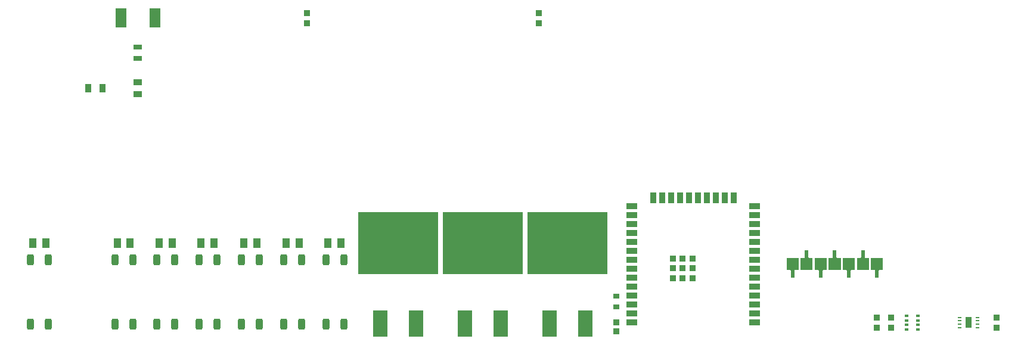
<source format=gbp>
G04*
G04 #@! TF.GenerationSoftware,Altium Limited,Altium Designer,25.5.2 (35)*
G04*
G04 Layer_Color=128*
%FSLAX44Y44*%
%MOMM*%
G71*
G04*
G04 #@! TF.SameCoordinates,D9E2C172-A1AF-44C0-98D0-4809437D878E*
G04*
G04*
G04 #@! TF.FilePolarity,Positive*
G04*
G01*
G75*
G04:AMPARAMS|DCode=27|XSize=1.6mm|YSize=1mm|CornerRadius=0.25mm|HoleSize=0mm|Usage=FLASHONLY|Rotation=270.000|XOffset=0mm|YOffset=0mm|HoleType=Round|Shape=RoundedRectangle|*
%AMROUNDEDRECTD27*
21,1,1.6000,0.5000,0,0,270.0*
21,1,1.1000,1.0000,0,0,270.0*
1,1,0.5000,-0.2500,-0.5500*
1,1,0.5000,-0.2500,0.5500*
1,1,0.5000,0.2500,0.5500*
1,1,0.5000,0.2500,-0.5500*
%
%ADD27ROUNDEDRECTD27*%
%ADD42R,0.9000X0.7500*%
%ADD46R,1.0500X1.4500*%
%ADD95R,11.4300X8.8900*%
%ADD96R,1.5046X2.7082*%
%ADD97R,0.5500X0.2500*%
%ADD99R,0.9121X0.9587*%
%ADD100R,0.9562X1.2062*%
%ADD101R,0.5000X0.3500*%
%ADD102R,0.8598X0.8324*%
%ADD103R,0.9000X1.5000*%
%ADD104R,1.5000X0.9000*%
%ADD105R,0.9000X0.9000*%
%ADD106R,1.2500X0.8000*%
%ADD107R,1.3000X0.8500*%
%ADD108R,2.0800X3.8100*%
%ADD112R,0.9000X1.6000*%
G36*
X1192563Y310091D02*
X1192568Y310204D01*
X1192582Y310316D01*
X1192607Y310427D01*
X1192641Y310535D01*
X1192684Y310640D01*
X1192737Y310741D01*
X1192798Y310836D01*
X1192867Y310926D01*
X1192943Y311010D01*
X1193027Y311086D01*
X1193117Y311155D01*
X1193213Y311216D01*
X1193313Y311269D01*
X1193418Y311312D01*
X1193526Y311346D01*
X1193637Y311371D01*
X1193749Y311386D01*
X1193863Y311390D01*
X1198513D01*
Y328391D01*
X1181513D01*
Y311390D01*
X1186163D01*
X1186276Y311386D01*
X1186388Y311371D01*
X1186499Y311346D01*
X1186607Y311312D01*
X1186712Y311269D01*
X1186813Y311216D01*
X1186908Y311155D01*
X1186998Y311086D01*
X1187082Y311010D01*
X1187158Y310926D01*
X1187227Y310836D01*
X1187288Y310741D01*
X1187341Y310640D01*
X1187384Y310535D01*
X1187418Y310427D01*
X1187443Y310316D01*
X1187458Y310204D01*
X1187463Y310091D01*
Y300191D01*
X1192563D01*
Y310091D01*
D02*
G37*
G36*
X1232563D02*
X1232568Y310204D01*
X1232582Y310316D01*
X1232607Y310427D01*
X1232641Y310535D01*
X1232684Y310640D01*
X1232737Y310741D01*
X1232798Y310836D01*
X1232867Y310926D01*
X1232943Y311010D01*
X1233027Y311086D01*
X1233117Y311155D01*
X1233213Y311216D01*
X1233313Y311269D01*
X1233418Y311312D01*
X1233526Y311346D01*
X1233637Y311371D01*
X1233749Y311386D01*
X1233863Y311390D01*
X1238513D01*
Y328391D01*
X1221513D01*
Y311390D01*
X1226163D01*
X1226276Y311386D01*
X1226388Y311371D01*
X1226499Y311346D01*
X1226607Y311312D01*
X1226712Y311269D01*
X1226813Y311216D01*
X1226908Y311155D01*
X1226998Y311086D01*
X1227082Y311010D01*
X1227158Y310926D01*
X1227227Y310836D01*
X1227288Y310741D01*
X1227341Y310640D01*
X1227384Y310535D01*
X1227418Y310427D01*
X1227443Y310316D01*
X1227458Y310204D01*
X1227463Y310091D01*
Y300191D01*
X1232563D01*
Y310091D01*
D02*
G37*
G36*
X1218513Y328391D02*
X1213863D01*
X1213749Y328396D01*
X1213637Y328410D01*
X1213526Y328435D01*
X1213418Y328469D01*
X1213313Y328512D01*
X1213213Y328565D01*
X1213117Y328626D01*
X1213027Y328695D01*
X1212943Y328771D01*
X1212867Y328855D01*
X1212798Y328945D01*
X1212737Y329040D01*
X1212684Y329141D01*
X1212641Y329246D01*
X1212607Y329354D01*
X1212582Y329465D01*
X1212568Y329577D01*
X1212563Y329691D01*
Y339591D01*
X1207463D01*
Y329691D01*
X1207458Y329577D01*
X1207443Y329465D01*
X1207418Y329354D01*
X1207384Y329246D01*
X1207341Y329141D01*
X1207288Y329041D01*
X1207227Y328945D01*
X1207159Y328855D01*
X1207082Y328771D01*
X1206998Y328695D01*
X1206908Y328626D01*
X1206813Y328565D01*
X1206712Y328512D01*
X1206607Y328469D01*
X1206499Y328435D01*
X1206388Y328410D01*
X1206276Y328396D01*
X1206163Y328391D01*
X1201513D01*
Y311390D01*
X1218513D01*
Y328391D01*
D02*
G37*
G36*
X1272563Y310091D02*
X1272568Y310204D01*
X1272582Y310316D01*
X1272607Y310427D01*
X1272641Y310535D01*
X1272684Y310640D01*
X1272737Y310741D01*
X1272798Y310836D01*
X1272867Y310926D01*
X1272943Y311010D01*
X1273027Y311086D01*
X1273117Y311155D01*
X1273213Y311216D01*
X1273313Y311269D01*
X1273418Y311312D01*
X1273526Y311346D01*
X1273637Y311371D01*
X1273749Y311386D01*
X1273863Y311390D01*
X1278513D01*
Y328391D01*
X1261513D01*
Y311390D01*
X1266163D01*
X1266276Y311386D01*
X1266388Y311371D01*
X1266499Y311346D01*
X1266607Y311312D01*
X1266712Y311269D01*
X1266813Y311216D01*
X1266908Y311155D01*
X1266998Y311086D01*
X1267082Y311010D01*
X1267158Y310926D01*
X1267227Y310836D01*
X1267288Y310741D01*
X1267341Y310640D01*
X1267384Y310535D01*
X1267418Y310427D01*
X1267443Y310316D01*
X1267458Y310204D01*
X1267463Y310091D01*
Y300191D01*
X1272563D01*
Y310091D01*
D02*
G37*
G36*
X1258513Y328391D02*
X1253863D01*
X1253749Y328396D01*
X1253637Y328410D01*
X1253526Y328435D01*
X1253418Y328469D01*
X1253313Y328512D01*
X1253213Y328565D01*
X1253117Y328626D01*
X1253027Y328695D01*
X1252943Y328771D01*
X1252867Y328855D01*
X1252798Y328945D01*
X1252737Y329040D01*
X1252684Y329141D01*
X1252641Y329246D01*
X1252607Y329354D01*
X1252582Y329465D01*
X1252568Y329577D01*
X1252563Y329691D01*
Y339591D01*
X1247463D01*
Y329691D01*
X1247458Y329577D01*
X1247443Y329465D01*
X1247418Y329354D01*
X1247384Y329246D01*
X1247341Y329141D01*
X1247289Y329041D01*
X1247227Y328945D01*
X1247159Y328855D01*
X1247082Y328771D01*
X1246998Y328695D01*
X1246908Y328626D01*
X1246813Y328565D01*
X1246712Y328512D01*
X1246607Y328469D01*
X1246499Y328435D01*
X1246388Y328410D01*
X1246276Y328396D01*
X1246163Y328391D01*
X1241513D01*
Y311390D01*
X1258513D01*
Y328391D01*
D02*
G37*
G36*
X1312563Y310091D02*
X1312567Y310204D01*
X1312582Y310316D01*
X1312607Y310427D01*
X1312641Y310535D01*
X1312684Y310640D01*
X1312737Y310741D01*
X1312798Y310836D01*
X1312867Y310926D01*
X1312943Y311010D01*
X1313027Y311086D01*
X1313117Y311155D01*
X1313213Y311216D01*
X1313313Y311269D01*
X1313418Y311312D01*
X1313526Y311346D01*
X1313637Y311371D01*
X1313749Y311386D01*
X1313863Y311390D01*
X1318513D01*
Y328391D01*
X1301513D01*
Y311390D01*
X1306163D01*
X1306276Y311386D01*
X1306388Y311371D01*
X1306499Y311346D01*
X1306607Y311312D01*
X1306712Y311269D01*
X1306813Y311216D01*
X1306908Y311155D01*
X1306998Y311086D01*
X1307082Y311010D01*
X1307158Y310926D01*
X1307227Y310836D01*
X1307288Y310741D01*
X1307341Y310640D01*
X1307384Y310535D01*
X1307418Y310427D01*
X1307443Y310316D01*
X1307458Y310204D01*
X1307463Y310091D01*
Y300191D01*
X1312563D01*
Y310091D01*
D02*
G37*
G36*
X1298513Y328391D02*
X1293863D01*
X1293749Y328396D01*
X1293637Y328410D01*
X1293526Y328435D01*
X1293418Y328469D01*
X1293313Y328512D01*
X1293213Y328565D01*
X1293117Y328626D01*
X1293027Y328695D01*
X1292943Y328771D01*
X1292867Y328855D01*
X1292798Y328945D01*
X1292737Y329040D01*
X1292684Y329141D01*
X1292641Y329246D01*
X1292607Y329354D01*
X1292582Y329465D01*
X1292567Y329577D01*
X1292563Y329691D01*
Y339591D01*
X1287463D01*
Y329691D01*
X1287458Y329577D01*
X1287443Y329465D01*
X1287418Y329354D01*
X1287384Y329246D01*
X1287341Y329141D01*
X1287288Y329041D01*
X1287227Y328945D01*
X1287159Y328855D01*
X1287082Y328771D01*
X1286998Y328695D01*
X1286908Y328626D01*
X1286813Y328565D01*
X1286712Y328512D01*
X1286607Y328469D01*
X1286499Y328435D01*
X1286388Y328410D01*
X1286276Y328396D01*
X1286163Y328391D01*
X1281513D01*
Y311390D01*
X1298513D01*
Y328391D01*
D02*
G37*
D27*
X552713Y234141D02*
D03*
X527313Y325640D02*
D03*
Y234141D02*
D03*
X552713Y325640D02*
D03*
X312713Y234141D02*
D03*
X287313Y325640D02*
D03*
Y234141D02*
D03*
X312713Y325640D02*
D03*
X372713Y234141D02*
D03*
X347313Y325640D02*
D03*
Y234141D02*
D03*
X372713Y325640D02*
D03*
X432713Y234141D02*
D03*
X407313Y325640D02*
D03*
Y234141D02*
D03*
X432713Y325640D02*
D03*
X467313D02*
D03*
X492713Y234141D02*
D03*
X467313D02*
D03*
X492713Y325640D02*
D03*
X252713Y234141D02*
D03*
X227313Y325640D02*
D03*
Y234141D02*
D03*
X252713Y325640D02*
D03*
X107313Y234141D02*
D03*
Y325640D02*
D03*
X132713D02*
D03*
Y234141D02*
D03*
D42*
X940013Y258967D02*
D03*
Y274466D02*
D03*
D46*
X548513Y349891D02*
D03*
X530013D02*
D03*
X368513D02*
D03*
X350013D02*
D03*
X429263D02*
D03*
X410763D02*
D03*
X489263D02*
D03*
X470763D02*
D03*
X129263D02*
D03*
X110763D02*
D03*
X309263D02*
D03*
X290763D02*
D03*
X230763D02*
D03*
X249263D02*
D03*
D95*
X870013D02*
D03*
X630013D02*
D03*
X750013D02*
D03*
D96*
X235992Y670000D02*
D03*
X284008D02*
D03*
D97*
X1427263Y229216D02*
D03*
Y234216D02*
D03*
Y239216D02*
D03*
Y244216D02*
D03*
X1452763D02*
D03*
Y239216D02*
D03*
Y234216D02*
D03*
Y229216D02*
D03*
D99*
X500013Y676717D02*
D03*
Y662182D02*
D03*
X830013Y676717D02*
D03*
Y662182D02*
D03*
X1480013Y243983D02*
D03*
Y229449D02*
D03*
X1330013Y243983D02*
D03*
Y229449D02*
D03*
X1310013Y243983D02*
D03*
Y229449D02*
D03*
D100*
X210263Y569891D02*
D03*
X189763D02*
D03*
D101*
X1368013Y233466D02*
D03*
X1352013Y246467D02*
D03*
Y239967D02*
D03*
Y226966D02*
D03*
X1368013Y239967D02*
D03*
Y246467D02*
D03*
X1352013Y233466D02*
D03*
X1368013Y226966D02*
D03*
D102*
X940013Y236716D02*
D03*
Y224443D02*
D03*
D103*
X1106213Y414291D02*
D03*
X1093513D02*
D03*
X1080813D02*
D03*
X1068113D02*
D03*
X1055413D02*
D03*
X1042713D02*
D03*
X1030013D02*
D03*
X1017313D02*
D03*
X1004613D02*
D03*
X991913D02*
D03*
D104*
X1136513Y249391D02*
D03*
Y312890D02*
D03*
Y350990D02*
D03*
Y363690D02*
D03*
Y376390D02*
D03*
Y389090D02*
D03*
Y401791D02*
D03*
X961513D02*
D03*
Y389090D02*
D03*
Y376390D02*
D03*
Y363690D02*
D03*
Y350990D02*
D03*
Y338290D02*
D03*
Y312890D02*
D03*
Y300191D02*
D03*
Y287491D02*
D03*
Y274790D02*
D03*
Y262090D02*
D03*
X1136513D02*
D03*
Y325591D02*
D03*
Y300191D02*
D03*
X961513Y249391D02*
D03*
X1136513Y338290D02*
D03*
Y274790D02*
D03*
Y287491D02*
D03*
Y236691D02*
D03*
X961513D02*
D03*
Y325591D02*
D03*
D105*
X1048013Y327891D02*
D03*
Y313890D02*
D03*
Y299891D02*
D03*
X1020013Y327891D02*
D03*
X1034013D02*
D03*
Y313891D02*
D03*
X1020013Y313890D02*
D03*
X1034013Y299891D02*
D03*
X1020013Y299891D02*
D03*
D106*
X260013Y611890D02*
D03*
Y627891D02*
D03*
D107*
Y578391D02*
D03*
Y561391D02*
D03*
D108*
X655413Y235591D02*
D03*
X604613D02*
D03*
X775413D02*
D03*
X724613D02*
D03*
X895413D02*
D03*
X844613D02*
D03*
D112*
X1440012Y236718D02*
D03*
M02*

</source>
